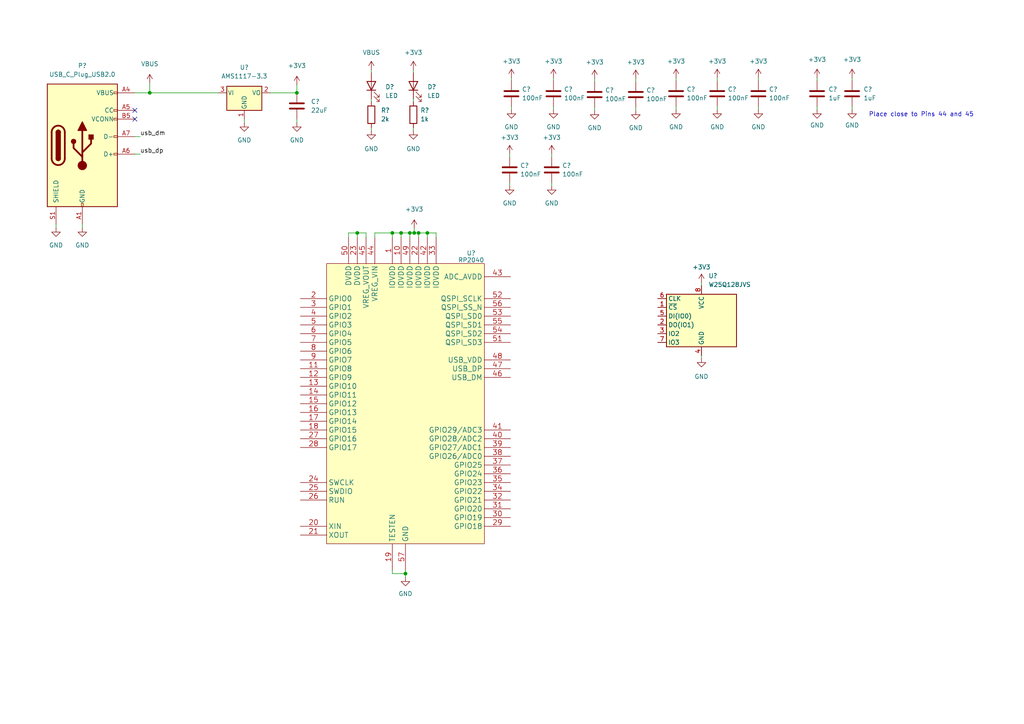
<source format=kicad_sch>
(kicad_sch (version 20211123) (generator eeschema)
  (paper "A4")
  (title_block (date "2023-02-24") (rev "A"))
  (lib_symbols
    (symbol "Connector:USB_C_Plug_USB2.0" (pin_names (offset 1.016))
      (property "Reference" "P" (at -10.16 19.05 0))
      (property "Value" "USB_C_Plug_USB2.0" (at 12.7 19.05 0))
      (symbol "USB_C_Plug_USB2.0_0_0"
        (rectangle (start -0.254 -17.78) (end 0.254 -16.764))
        (rectangle (start 10.16 -2.286) (end 9.144 -2.794))
        (rectangle (start 10.16 2.794) (end 9.144 2.286))
        (rectangle (start 10.16 7.874) (end 9.144 7.366))
        (rectangle (start 10.16 10.414) (end 9.144 9.906))
        (rectangle (start 10.16 15.494) (end 9.144 14.986))
      )
      (symbol "USB_C_Plug_USB2.0_0_1"
        (rectangle (start -10.16 17.78) (end 10.16 -17.78) (stroke (width 0.254)) (fill (type background)))
        (arc (start -8.89 -3.81) (mid -6.985 -5.715) (end -5.08 -3.81) (stroke (width 0.508)))
        (arc (start -7.62 -3.81) (mid -6.985 -4.445) (end -6.35 -3.81) (stroke (width 0.254)))
        (arc (start -7.62 -3.81) (mid -6.985 -4.445) (end -6.35 -3.81) (stroke (width 0.254)) (fill (type outline)))
        (rectangle (start -7.62 -3.81) (end -6.35 3.81) (stroke (width 0.254)) (fill (type outline)))
        (arc (start -6.35 3.81) (mid -6.985 4.445) (end -7.62 3.81) (stroke (width 0.254)))
        (arc (start -6.35 3.81) (mid -6.985 4.445) (end -7.62 3.81) (stroke (width 0.254)) (fill (type outline)))
        (arc (start -5.08 3.81) (mid -6.985 5.715) (end -8.89 3.81) (stroke (width 0.508)))
        (circle (center -2.54 1.143) (radius 0.635) (stroke (width 0.254)) (fill (type outline)))
        (circle (center 0 -5.842) (radius 1.27) (fill (type outline)))
        (polyline (pts (xy -8.89 -3.81) (xy -8.89 3.81)) (stroke (width 0.508)))
        (polyline (pts (xy -5.08 3.81) (xy -5.08 -3.81)) (stroke (width 0.508)))
        (polyline (pts (xy 0 -5.842) (xy 0 4.318)) (stroke (width 0.508)))
        (polyline (pts (xy 0 -3.302) (xy -2.54 -0.762) (xy -2.54 0.508)) (stroke (width 0.508)))
        (polyline (pts (xy 0 -2.032) (xy 2.54 0.508) (xy 2.54 1.778)) (stroke (width 0.508)))
        (polyline (pts (xy -1.27 4.318) (xy 0 6.858) (xy 1.27 4.318) (xy -1.27 4.318)) (stroke (width 0.254)) (fill (type outline)))
        (rectangle (start 1.905 1.778) (end 3.175 3.048) (stroke (width 0.254)) (fill (type outline)))
      )
      (symbol "USB_C_Plug_USB2.0_1_1"
        (pin passive line (at 0 -22.86 90) (length 5.08) (name "GND") (number "A1"))
        (pin passive line (at 0 -22.86 90) (length 5.08) hide (name "GND") (number "A12"))
        (pin passive line (at 15.24 15.24 180) (length 5.08) (name "VBUS") (number "A4"))
        (pin bidirectional line (at 15.24 10.16 180) (length 5.08) (name "CC") (number "A5"))
        (pin bidirectional line (at 15.24 -2.54 180) (length 5.08) (name "D+") (number "A6"))
        (pin bidirectional line (at 15.24 2.54 180) (length 5.08) (name "D-") (number "A7"))
        (pin passive line (at 15.24 15.24 180) (length 5.08) hide (name "VBUS") (number "A9"))
        (pin passive line (at 0 -22.86 90) (length 5.08) hide (name "GND") (number "B1"))
        (pin passive line (at 0 -22.86 90) (length 5.08) hide (name "GND") (number "B12"))
        (pin passive line (at 15.24 15.24 180) (length 5.08) hide (name "VBUS") (number "B4"))
        (pin bidirectional line (at 15.24 7.62 180) (length 5.08) (name "VCONN") (number "B5"))
        (pin passive line (at 15.24 15.24 180) (length 5.08) hide (name "VBUS") (number "B9"))
        (pin passive line (at -7.62 -22.86 90) (length 5.08) (name "SHIELD") (number "S1"))
      )
    )
    (symbol "Device:C" (pin_numbers hide) (pin_names (offset 0.254))
      (property "Reference" "C" (at 0.635 2.54 0))
      (property "Value" "C" (at 0.635 -2.54 0))
      (symbol "C_0_1"
        (polyline (pts (xy -2.032 -0.762) (xy 2.032 -0.762)) (stroke (width 0.508)))
        (polyline (pts (xy -2.032 0.762) (xy 2.032 0.762)) (stroke (width 0.508)))
      )
      (symbol "C_1_1"
        (pin passive line (at 0 3.81 270) (length 2.794) (name "~") (number "1"))
        (pin passive line (at 0 -3.81 90) (length 2.794) (name "~") (number "2"))
      )
    )
    (symbol "Device:LED" (pin_numbers hide) (pin_names (offset 1.016) hide)
      (property "Reference" "D" (at 0 2.54 0))
      (property "Value" "LED" (at 0 -2.54 0))
      (symbol "LED_0_1"
        (polyline (pts (xy -1.27 -1.27) (xy -1.27 1.27)) (stroke (width 0.254)))
        (polyline (pts (xy -1.27 0) (xy 1.27 0)))
        (polyline (pts (xy 1.27 -1.27) (xy 1.27 1.27) (xy -1.27 0) (xy 1.27 -1.27)) (stroke (width 0.254)))
        (polyline (pts (xy -3.048 -0.762) (xy -4.572 -2.286) (xy -3.81 -2.286) (xy -4.572 -2.286) (xy -4.572 -1.524)))
        (polyline (pts (xy -1.778 -0.762) (xy -3.302 -2.286) (xy -2.54 -2.286) (xy -3.302 -2.286) (xy -3.302 -1.524)))
      )
      (symbol "LED_1_1"
        (pin passive line (at -3.81 0 0) (length 2.54) (name "K") (number "1"))
        (pin passive line (at 3.81 0 180) (length 2.54) (name "A") (number "2"))
      )
    )
    (symbol "Device:R" (pin_numbers hide) (pin_names (offset 0))
      (property "Reference" "R" (at 2.032 0 90))
      (property "Value" "R" (at 0 0 90))
      (symbol "R_0_1"
        (rectangle (start -1.016 -2.54) (end 1.016 2.54) (stroke (width 0.254)))
      )
      (symbol "R_1_1"
        (pin passive line (at 0 3.81 270) (length 1.27) (name "~") (number "1"))
        (pin passive line (at 0 -3.81 90) (length 1.27) (name "~") (number "2"))
      )
    )
    (symbol "Memory_Flash:W25Q128JVS"
      (property "Reference" "U?" (at 2.0194 12.954 0))
      (property "Value" "W25Q128JVS" (at 2.0194 10.414 0))
      (symbol "W25Q128JVS_0_1"
        (rectangle (start -10.16 7.62) (end 10.16 -7.62) (stroke (width 0.254)) (fill (type background)))
      )
      (symbol "W25Q128JVS_1_1"
        (pin input line (at -12.7 3.81 0) (length 2.54) (name "~{CS}") (number "1"))
        (pin bidirectional line (at -12.7 -1.27 0) (length 2.54) (name "DO(IO1)") (number "2"))
        (pin bidirectional line (at -12.7 -3.81 0) (length 2.54) (name "IO2") (number "3"))
        (pin power_in line (at 0 -10.16 90) (length 2.54) (name "GND") (number "4"))
        (pin bidirectional line (at -12.7 1.27 0) (length 2.54) (name "DI(IO0)") (number "5"))
        (pin input line (at -12.7 6.35 0) (length 2.54) (name "CLK") (number "6"))
        (pin bidirectional line (at -12.7 -6.35 0) (length 2.54) (name "IO3") (number "7"))
        (pin power_in line (at 0 10.16 270) (length 2.54) (name "VCC") (number "8"))
      )
    )
    (symbol "Regulator_Linear:AMS1117-3.3" (pin_names (offset 0.254))
      (property "Reference" "U" (at -3.81 3.175 0))
      (property "Value" "AMS1117-3.3" (at 0 3.175 0))
      (symbol "AMS1117-3.3_0_1"
        (rectangle (start -5.08 -5.08) (end 5.08 1.905) (stroke (width 0.254)) (fill (type background)))
      )
      (symbol "AMS1117-3.3_1_1"
        (pin power_in line (at 0 -7.62 90) (length 2.54) (name "GND") (number "1"))
        (pin power_out line (at 7.62 0 180) (length 2.54) (name "VO") (number "2"))
        (pin power_in line (at -7.62 0 0) (length 2.54) (name "VI") (number "3"))
      )
    )
    (symbol "power:+3V3" (power) (pin_names (offset 0))
      (property "Value" "+3V3" (at 0 3.556 0))
      (symbol "+3V3_0_1"
        (polyline (pts (xy -0.762 1.27) (xy 0 2.54)))
        (polyline (pts (xy 0 0) (xy 0 2.54)))
        (polyline (pts (xy 0 2.54) (xy 0.762 1.27)))
      )
      (symbol "+3V3_1_1"
        (pin power_in line (at 0 0 90) (length 0) hide (name "+3V3") (number "1"))
      )
    )
    (symbol "power:GND" (power) (pin_names (offset 0))
      (property "Value" "GND" (at 0 -3.81 0))
      (symbol "GND_0_1"
        (polyline (pts (xy 0 0) (xy 0 -1.27) (xy 1.27 -1.27) (xy 0 -2.54) (xy -1.27 -1.27) (xy 0 -1.27)))
      )
      (symbol "GND_1_1"
        (pin power_in line (at 0 0 270) (length 0) hide (name "GND") (number "1"))
      )
    )
    (symbol "power:VBUS" (power) (pin_names (offset 0))
      (property "Value" "VBUS" (at 0 3.81 0))
      (symbol "VBUS_0_1"
        (polyline (pts (xy -0.762 1.27) (xy 0 2.54)))
        (polyline (pts (xy 0 0) (xy 0 2.54)))
        (polyline (pts (xy 0 2.54) (xy 0.762 1.27)))
      )
      (symbol "VBUS_1_1"
        (pin power_in line (at 0 0 90) (length 0) hide (name "VBUS") (number "1"))
      )
    )
    (symbol "rpi-silicon:RP2040"
      (property "Reference" "U" (at 19.05 2.54 0))
      (property "Value" "RP2040" (at 19.05 0 0))
      (symbol "RP2040_1_1"
        (rectangle (start -22.86 -1.27) (end 22.86 -82.55) (fill (type background)))
        (pin power_in line (at -3.81 6.35 270) (length 7.62) (name "IOVDD") (number "1"))
        (pin power_in line (at -1.27 6.35 270) (length 7.62) (name "IOVDD") (number "10"))
        (pin bidirectional line (at -30.48 -31.75 0) (length 7.62) (name "GPIO8") (number "11"))
        (pin bidirectional line (at -30.48 -34.29 0) (length 7.62) (name "GPIO9") (number "12"))
        (pin bidirectional line (at -30.48 -36.83 0) (length 7.62) (name "GPIO10") (number "13"))
        (pin bidirectional line (at -30.48 -39.37 0) (length 7.62) (name "GPIO11") (number "14"))
        (pin bidirectional line (at -30.48 -41.91 0) (length 7.62) (name "GPIO12") (number "15"))
        (pin bidirectional line (at -30.48 -44.45 0) (length 7.62) (name "GPIO13") (number "16"))
        (pin bidirectional line (at -30.48 -46.99 0) (length 7.62) (name "GPIO14") (number "17"))
        (pin bidirectional line (at -30.48 -49.53 0) (length 7.62) (name "GPIO15") (number "18"))
        (pin unspecified line (at -3.81 -90.17 90) (length 7.62) (name "TESTEN") (number "19"))
        (pin bidirectional line (at -30.48 -11.43 0) (length 7.62) (name "GPIO0") (number "2"))
        (pin unspecified line (at -30.48 -77.47 0) (length 7.62) (name "XIN") (number "20"))
        (pin output line (at -30.48 -80.01 0) (length 7.62) (name "XOUT") (number "21"))
        (pin power_in line (at 3.81 6.35 270) (length 7.62) (name "IOVDD") (number "22"))
        (pin power_in line (at -13.97 6.35 270) (length 7.62) (name "DVDD") (number "23"))
        (pin unspecified line (at -30.48 -64.77 0) (length 7.62) (name "SWCLK") (number "24"))
        (pin unspecified line (at -30.48 -67.31 0) (length 7.62) (name "SWDIO") (number "25"))
        (pin unspecified line (at -30.48 -69.85 0) (length 7.62) (name "RUN") (number "26"))
        (pin bidirectional line (at -30.48 -52.07 0) (length 7.62) (name "GPIO16") (number "27"))
        (pin bidirectional line (at -30.48 -54.61 0) (length 7.62) (name "GPIO17") (number "28"))
        (pin bidirectional line (at 30.48 -77.47 180) (length 7.62) (name "GPIO18") (number "29"))
        (pin bidirectional line (at -30.48 -13.97 0) (length 7.62) (name "GPIO1") (number "3"))
        (pin bidirectional line (at 30.48 -74.93 180) (length 7.62) (name "GPIO19") (number "30"))
        (pin bidirectional line (at 30.48 -72.39 180) (length 7.62) (name "GPIO20") (number "31"))
        (pin bidirectional line (at 30.48 -69.85 180) (length 7.62) (name "GPIO21") (number "32"))
        (pin power_in line (at 8.89 6.35 270) (length 7.62) (name "IOVDD") (number "33"))
        (pin bidirectional line (at 30.48 -67.31 180) (length 7.62) (name "GPIO22") (number "34"))
        (pin bidirectional line (at 30.48 -64.77 180) (length 7.62) (name "GPIO23") (number "35"))
        (pin bidirectional line (at 30.48 -62.23 180) (length 7.62) (name "GPIO24") (number "36"))
        (pin bidirectional line (at 30.48 -59.69 180) (length 7.62) (name "GPIO25") (number "37"))
        (pin bidirectional line (at 30.48 -57.15 180) (length 7.62) (name "GPIO26/ADC0") (number "38"))
        (pin bidirectional line (at 30.48 -54.61 180) (length 7.62) (name "GPIO27/ADC1") (number "39"))
        (pin bidirectional line (at -30.48 -16.51 0) (length 7.62) (name "GPIO2") (number "4"))
        (pin bidirectional line (at 30.48 -52.07 180) (length 7.62) (name "GPIO28/ADC2") (number "40"))
        (pin bidirectional line (at 30.48 -49.53 180) (length 7.62) (name "GPIO29/ADC3") (number "41"))
        (pin power_in line (at 6.35 6.35 270) (length 7.62) (name "IOVDD") (number "42"))
        (pin power_in line (at 30.48 -5.08 180) (length 7.62) (name "ADC_AVDD") (number "43"))
        (pin unspecified line (at -8.89 6.35 270) (length 7.62) (name "VREG_VIN") (number "44"))
        (pin output line (at -11.43 6.35 270) (length 7.62) (name "VREG_VOUT") (number "45"))
        (pin unspecified line (at 30.48 -34.29 180) (length 7.62) (name "USB_DM") (number "46"))
        (pin unspecified line (at 30.48 -31.75 180) (length 7.62) (name "USB_DP") (number "47"))
        (pin power_in line (at 30.48 -29.21 180) (length 7.62) (name "USB_VDD") (number "48"))
        (pin power_in line (at 1.27 6.35 270) (length 7.62) (name "IOVDD") (number "49"))
        (pin bidirectional line (at -30.48 -19.05 0) (length 7.62) (name "GPIO3") (number "5"))
        (pin power_in line (at -16.51 6.35 270) (length 7.62) (name "DVDD") (number "50"))
        (pin bidirectional line (at 30.48 -24.13 180) (length 7.62) (name "QSPI_SD3") (number "51"))
        (pin unspecified line (at 30.48 -11.43 180) (length 7.62) (name "QSPI_SCLK") (number "52"))
        (pin bidirectional line (at 30.48 -16.51 180) (length 7.62) (name "QSPI_SD0") (number "53"))
        (pin bidirectional line (at 30.48 -21.59 180) (length 7.62) (name "QSPI_SD2") (number "54"))
        (pin bidirectional line (at 30.48 -19.05 180) (length 7.62) (name "QSPI_SD1") (number "55"))
        (pin unspecified line (at 30.48 -13.97 180) (length 7.62) (name "QSPI_SS_N") (number "56"))
        (pin power_in line (at 0 -90.17 90) (length 7.62) (name "GND") (number "57"))
        (pin bidirectional line (at -30.48 -21.59 0) (length 7.62) (name "GPIO4") (number "6"))
        (pin bidirectional line (at -30.48 -24.13 0) (length 7.62) (name "GPIO5") (number "7"))
        (pin bidirectional line (at -30.48 -26.67 0) (length 7.62) (name "GPIO6") (number "8"))
        (pin bidirectional line (at -30.48 -29.21 0) (length 7.62) (name "GPIO7") (number "9"))
      )
    )
  )
  (junction (at 116.332 67.564))
  (junction (at 120.142 67.564))
  (junction (at 117.602 166.37))
  (junction (at 121.412 67.564))
  (junction (at 103.632 67.564))
  (junction (at 43.434 26.924))
  (junction (at 123.952 67.564))
  (junction (at 118.872 67.564))
  (junction (at 86.106 26.924))
  (junction (at 113.792 67.564))
  (no_connect (at 39.116 32.004))
  (no_connect (at 39.116 34.544))
  (wire (pts (xy 106.172 67.564) (xy 103.632 67.564)))
  (wire (pts (xy 113.792 166.37) (xy 117.602 166.37)))
  (wire (pts (xy 116.332 67.564) (xy 118.872 67.564)))
  (wire (pts (xy 39.116 39.624) (xy 40.64 39.624)))
  (wire (pts (xy 106.172 68.834) (xy 106.172 67.564)))
  (wire (pts (xy 16.256 65.024) (xy 16.256 66.04)))
  (wire (pts (xy 160.528 30.988) (xy 160.528 31.75)))
  (wire (pts (xy 39.116 44.704) (xy 40.64 44.704)))
  (wire (pts (xy 107.696 37.084) (xy 107.696 37.846)))
  (wire (pts (xy 86.106 26.924) (xy 86.106 24.638)))
  (wire (pts (xy 247.142 30.988) (xy 247.142 31.75)))
  (wire (pts (xy 148.336 22.606) (xy 148.336 23.368)))
  (wire (pts (xy 147.828 44.704) (xy 147.828 45.466)))
  (wire (pts (xy 236.982 22.606) (xy 236.982 23.368)))
  (wire (pts (xy 43.434 26.924) (xy 63.246 26.924)))
  (wire (pts (xy 126.492 67.564) (xy 123.952 67.564)))
  (wire (pts (xy 78.486 26.924) (xy 86.106 26.924)))
  (wire (pts (xy 148.336 30.988) (xy 148.336 31.75)))
  (wire (pts (xy 203.454 82.042) (xy 203.454 82.804)))
  (wire (pts (xy 172.466 22.86) (xy 172.466 23.622)))
  (wire (pts (xy 70.866 34.544) (xy 70.866 35.56)))
  (wire (pts (xy 123.952 67.564) (xy 121.412 67.564)))
  (wire (pts (xy 203.454 103.124) (xy 203.454 103.886)))
  (wire (pts (xy 172.466 31.242) (xy 172.466 32.004)))
  (wire (pts (xy 113.792 67.564) (xy 116.332 67.564)))
  (wire (pts (xy 103.632 67.564) (xy 103.632 68.834)))
  (wire (pts (xy 196.088 30.988) (xy 196.088 31.75)))
  (wire (pts (xy 116.332 68.834) (xy 116.332 67.564)))
  (wire (pts (xy 43.434 26.924) (xy 43.434 24.13)))
  (wire (pts (xy 103.632 67.564) (xy 101.092 67.564)))
  (wire (pts (xy 121.412 68.834) (xy 121.412 67.564)))
  (wire (pts (xy 107.696 20.32) (xy 107.696 21.082)))
  (wire (pts (xy 184.404 22.86) (xy 184.404 23.622)))
  (wire (pts (xy 113.792 68.834) (xy 113.792 67.564)))
  (wire (pts (xy 117.602 166.37) (xy 117.602 167.386)))
  (wire (pts (xy 118.872 68.834) (xy 118.872 67.564)))
  (wire (pts (xy 119.888 20.32) (xy 119.888 21.082)))
  (wire (pts (xy 113.792 67.564) (xy 108.712 67.564)))
  (wire (pts (xy 208.026 22.606) (xy 208.026 23.368)))
  (wire (pts (xy 119.888 28.702) (xy 119.888 29.464)))
  (wire (pts (xy 247.142 22.606) (xy 247.142 23.368)))
  (wire (pts (xy 23.876 65.024) (xy 23.876 66.04)))
  (wire (pts (xy 108.712 67.564) (xy 108.712 68.834)))
  (wire (pts (xy 160.02 53.086) (xy 160.02 53.848)))
  (wire (pts (xy 196.088 22.606) (xy 196.088 23.368)))
  (wire (pts (xy 219.964 22.606) (xy 219.964 23.368)))
  (wire (pts (xy 120.142 66.294) (xy 120.142 67.564)))
  (wire (pts (xy 39.116 26.924) (xy 43.434 26.924)))
  (wire (pts (xy 236.982 30.988) (xy 236.982 31.75)))
  (wire (pts (xy 101.092 67.564) (xy 101.092 68.834)))
  (wire (pts (xy 113.792 165.354) (xy 113.792 166.37)))
  (wire (pts (xy 123.952 68.834) (xy 123.952 67.564)))
  (wire (pts (xy 117.602 165.354) (xy 117.602 166.37)))
  (wire (pts (xy 121.412 67.564) (xy 120.142 67.564)))
  (wire (pts (xy 107.696 28.702) (xy 107.696 29.464)))
  (wire (pts (xy 126.492 68.834) (xy 126.492 67.564)))
  (wire (pts (xy 184.404 31.242) (xy 184.404 32.004)))
  (wire (pts (xy 86.106 34.544) (xy 86.106 35.56)))
  (wire (pts (xy 208.026 30.988) (xy 208.026 31.75)))
  (wire (pts (xy 118.872 67.564) (xy 120.142 67.564)))
  (wire (pts (xy 160.02 44.704) (xy 160.02 45.466)))
  (wire (pts (xy 219.964 30.988) (xy 219.964 31.75)))
  (wire (pts (xy 160.528 22.606) (xy 160.528 23.368)))
  (wire (pts (xy 119.888 37.084) (xy 119.888 37.846)))
  (wire (pts (xy 147.828 53.086) (xy 147.828 53.848)))
  (text "Place close to Pins 44 and 45" (at 251.968 34.036 0) (effects (font (size 1.27 1.27)) (justify left bottom)))
  (label "usb_dp" (at 40.64 44.704 0))
  (label "usb_dm" (at 40.64 39.624 0))
  (symbol (lib_id "power:GND") (at 107.696 37.846 0) (unit 1)
    (property "Reference" "#PWR?" (effects hide))
    (property "Value" "GND" (at 107.696 43.18 0))
  )
  (symbol (lib_id "power:VBUS") (at 107.696 20.32 0) (unit 1)
    (property "Reference" "#PWR?" (effects hide))
    (property "Value" "VBUS" (at 107.696 15.24 0))
  )
  (symbol (lib_id "power:+3V3") (at 184.404 22.86 0) (unit 1)
    (property "Reference" "#PWR?" (effects hide))
    (property "Value" "+3V3" (at 184.404 18.034 0))
  )
  (symbol (lib_id "power:+3V3") (at 203.454 82.042 0) (unit 1)
    (property "Reference" "#PWR?" (effects hide))
    (property "Value" "+3V3" (at 203.454 77.47 0))
  )
  (symbol (lib_id "power:+3V3") (at 148.336 22.606 0) (unit 1)
    (property "Reference" "#PWR?" (effects hide))
    (property "Value" "+3V3" (at 148.336 17.78 0))
  )
  (symbol (lib_id "power:+3V3") (at 119.888 20.32 0) (unit 1)
    (property "Reference" "#PWR?" (effects hide))
    (property "Value" "+3V3" (at 119.888 15.24 0))
  )
  (symbol (lib_id "power:GND") (at 70.866 35.56 0) (unit 1)
    (property "Reference" "#PWR?" (effects hide))
    (property "Value" "GND" (at 70.866 40.64 0))
  )
  (symbol (lib_id "power:+3V3") (at 236.982 22.606 0) (unit 1)
    (property "Reference" "#PWR?" (effects hide))
    (property "Value" "+3V3" (at 236.982 17.272 0))
  )
  (symbol (lib_id "Device:C") (at 236.982 27.178 0) (unit 1)
    (property "Reference" "C?" (at 240.284 25.9079 0) (effects (justify left)))
    (property "Value" "1uF" (at 240.284 28.4479 0) (effects (justify left)))
  )
  (symbol (lib_id "power:GND") (at 148.336 31.75 0) (unit 1)
    (property "Reference" "#PWR?" (effects hide))
    (property "Value" "GND" (at 148.336 36.83 0))
  )
  (symbol (lib_id "power:GND") (at 203.454 103.886 0) (unit 1)
    (property "Reference" "#PWR?" (effects hide))
    (property "Value" "GND" (at 203.454 109.22 0))
  )
  (symbol (lib_id "Connector:USB_C_Plug_USB2.0") (at 23.876 42.164 0) (unit 1)
    (property "Reference" "P?" (at 23.876 19.05 0))
    (property "Value" "USB_C_Plug_USB2.0" (at 23.876 21.59 0))
    (property "Datasheet" "https://www.usb.org/sites/default/files/documents/usb_type-c.zip" (effects hide))
  )
  (symbol (lib_id "power:GND") (at 219.964 31.75 0) (unit 1)
    (property "Reference" "#PWR?" (effects hide))
    (property "Value" "GND" (at 219.964 36.83 0))
  )
  (symbol (lib_id "power:GND") (at 236.982 31.75 0) (unit 1)
    (property "Reference" "#PWR?" (effects hide))
    (property "Value" "GND" (at 236.982 36.322 0))
  )
  (symbol (lib_id "Device:C") (at 196.088 27.178 0) (unit 1)
    (property "Reference" "C?" (at 199.136 25.9079 0) (effects (justify left)))
    (property "Value" "100nF" (at 199.136 28.4479 0) (effects (justify left)))
  )
  (symbol (lib_id "power:GND") (at 160.02 53.848 0) (unit 1)
    (property "Reference" "#PWR?" (effects hide))
    (property "Value" "GND" (at 160.02 58.928 0))
  )
  (symbol (lib_id "Device:C") (at 86.106 30.734 0) (unit 1)
    (property "Reference" "C?" (at 90.17 29.4639 0) (effects (justify left)))
    (property "Value" "22uF" (at 90.17 32.0039 0) (effects (justify left)))
  )
  (symbol (lib_id "Device:R") (at 107.696 33.274 0) (unit 1)
    (property "Reference" "R?" (at 110.49 32.0039 0) (effects (justify left)))
    (property "Value" "2k" (at 110.49 34.5439 0) (effects (justify left)))
  )
  (symbol (lib_id "Memory_Flash:W25Q128JVS") (at 203.454 92.964 0) (unit 1)
    (property "Reference" "U?" (at 205.4734 80.01 0) (effects (justify left)))
    (property "Value" "W25Q128JVS" (at 205.4734 82.55 0) (effects (justify left)))
    (property "Footprint" "Package_SO:SOIC-8_5.23x5.23mm_P1.27mm" (effects hide))
    (property "Datasheet" "http://www.winbond.com/resource-files/w25q128jv_dtr%20revc%2003272018%20plus.pdf" (effects hide))
  )
  (symbol (lib_id "power:GND") (at 247.142 31.75 0) (unit 1)
    (property "Reference" "#PWR?" (effects hide))
    (property "Value" "GND" (at 247.142 36.322 0))
  )
  (symbol (lib_id "power:+3V3") (at 196.088 22.606 0) (unit 1)
    (property "Reference" "#PWR?" (effects hide))
    (property "Value" "+3V3" (at 196.088 17.78 0))
  )
  (symbol (lib_id "power:GND") (at 86.106 35.56 0) (unit 1)
    (property "Reference" "#PWR?" (effects hide))
    (property "Value" "GND" (at 86.106 40.64 0))
  )
  (symbol (lib_id "Regulator_Linear:AMS1117-3.3") (at 70.866 26.924 0) (unit 1)
    (property "Reference" "U?" (at 70.866 19.558 0))
    (property "Value" "AMS1117-3.3" (at 70.866 22.098 0))
    (property "Footprint" "Package_TO_SOT_SMD:SOT-223-3_TabPin2" (effects hide))
    (property "Datasheet" "http://www.advanced-monolithic.com/pdf/ds1117.pdf" (effects hide))
  )
  (symbol (lib_id "power:GND") (at 119.888 37.846 0) (unit 1)
    (property "Reference" "#PWR?" (effects hide))
    (property "Value" "GND" (at 119.888 43.18 0))
  )
  (symbol (lib_id "power:GND") (at 196.088 31.75 0) (unit 1)
    (property "Reference" "#PWR?" (effects hide))
    (property "Value" "GND" (at 196.088 36.83 0))
  )
  (symbol (lib_id "Device:C") (at 148.336 27.178 0) (unit 1)
    (property "Reference" "C?" (at 151.384 25.9079 0) (effects (justify left)))
    (property "Value" "100nF" (at 151.384 28.4479 0) (effects (justify left)))
  )
  (symbol (lib_id "power:GND") (at 16.256 66.04 0) (unit 1)
    (property "Reference" "#PWR?" (effects hide))
    (property "Value" "GND" (at 16.256 71.12 0))
  )
  (symbol (lib_id "power:GND") (at 172.466 32.004 0) (unit 1)
    (property "Reference" "#PWR?" (effects hide))
    (property "Value" "GND" (at 172.466 37.084 0))
  )
  (symbol (lib_id "power:+3V3") (at 172.466 22.86 0) (unit 1)
    (property "Reference" "#PWR?" (effects hide))
    (property "Value" "+3V3" (at 172.466 18.034 0))
  )
  (symbol (lib_id "Device:C") (at 247.142 27.178 0) (unit 1)
    (property "Reference" "C?" (at 250.444 25.9079 0) (effects (justify left)))
    (property "Value" "1uF" (at 250.444 28.4479 0) (effects (justify left)))
  )
  (symbol (lib_id "Device:C") (at 160.528 27.178 0) (unit 1)
    (property "Reference" "C?" (at 163.576 25.9079 0) (effects (justify left)))
    (property "Value" "100nF" (at 163.576 28.4479 0) (effects (justify left)))
  )
  (symbol (lib_id "power:GND") (at 23.876 66.04 0) (unit 1)
    (property "Reference" "#PWR?" (effects hide))
    (property "Value" "GND" (at 23.876 71.12 0))
  )
  (symbol (lib_id "power:+3V3") (at 160.02 44.704 0) (unit 1)
    (property "Reference" "#PWR?" (effects hide))
    (property "Value" "+3V3" (at 160.02 39.878 0))
  )
  (symbol (lib_id "power:+3V3") (at 219.964 22.606 0) (unit 1)
    (property "Reference" "#PWR?" (effects hide))
    (property "Value" "+3V3" (at 219.964 17.78 0))
  )
  (symbol (lib_id "power:GND") (at 147.828 53.848 0) (unit 1)
    (property "Reference" "#PWR?" (effects hide))
    (property "Value" "GND" (at 147.828 58.928 0))
  )
  (symbol (lib_id "power:+3V3") (at 208.026 22.606 0) (unit 1)
    (property "Reference" "#PWR?" (effects hide))
    (property "Value" "+3V3" (at 208.026 17.78 0))
  )
  (symbol (lib_id "power:+3V3") (at 147.828 44.704 0) (unit 1)
    (property "Reference" "#PWR?" (effects hide))
    (property "Value" "+3V3" (at 147.828 39.878 0))
  )
  (symbol (lib_id "rpi-silicon:RP2040") (at 117.602 75.184 0) (unit 1)
    (property "Reference" "U?" (at 136.652 73.406 0))
    (property "Value" "RP2040" (at 136.652 75.438 0))
    (property "Footprint" "rp2040:RP2040" (effects hide))
  )
  (symbol (lib_id "Device:LED") (at 119.888 24.892 90) (unit 1)
    (property "Reference" "D?" (at 123.952 25.2094 90) (effects (justify right)))
    (property "Value" "LED" (at 123.952 27.7494 90) (effects (justify right)))
  )
  (symbol (lib_id "Device:C") (at 172.466 27.432 0) (unit 1)
    (property "Reference" "C?" (at 175.514 26.1619 0) (effects (justify left)))
    (property "Value" "100nF" (at 175.514 28.7019 0) (effects (justify left)))
  )
  (symbol (lib_id "Device:C") (at 219.964 27.178 0) (unit 1)
    (property "Reference" "C?" (at 223.012 25.9079 0) (effects (justify left)))
    (property "Value" "100nF" (at 223.012 28.4479 0) (effects (justify left)))
  )
  (symbol (lib_id "power:GND") (at 160.528 31.75 0) (unit 1)
    (property "Reference" "#PWR?" (effects hide))
    (property "Value" "GND" (at 160.528 36.83 0))
  )
  (symbol (lib_id "power:+3V3") (at 120.142 66.294 0) (unit 1)
    (property "Reference" "#PWR?" (effects hide))
    (property "Value" "+3V3" (at 120.142 60.706 0))
  )
  (symbol (lib_id "Device:C") (at 160.02 49.276 0) (unit 1)
    (property "Reference" "C?" (at 163.068 48.0059 0) (effects (justify left)))
    (property "Value" "100nF" (at 163.068 50.5459 0) (effects (justify left)))
  )
  (symbol (lib_id "Device:C") (at 147.828 49.276 0) (unit 1)
    (property "Reference" "C?" (at 150.876 48.0059 0) (effects (justify left)))
    (property "Value" "100nF" (at 150.876 50.5459 0) (effects (justify left)))
  )
  (symbol (lib_id "power:+3V3") (at 86.106 24.638 0) (unit 1)
    (property "Reference" "#PWR?" (effects hide))
    (property "Value" "+3V3" (at 86.106 19.05 0))
  )
  (symbol (lib_id "power:+3V3") (at 160.528 22.606 0) (unit 1)
    (property "Reference" "#PWR?" (effects hide))
    (property "Value" "+3V3" (at 160.528 17.78 0))
  )
  (symbol (lib_id "Device:C") (at 184.404 27.432 0) (unit 1)
    (property "Reference" "C?" (at 187.452 26.1619 0) (effects (justify left)))
    (property "Value" "100nF" (at 187.452 28.7019 0) (effects (justify left)))
  )
  (symbol (lib_id "power:GND") (at 208.026 31.75 0) (unit 1)
    (property "Reference" "#PWR?" (effects hide))
    (property "Value" "GND" (at 208.026 36.83 0))
  )
  (symbol (lib_id "Device:R") (at 119.888 33.274 0) (unit 1)
    (property "Reference" "R?" (at 121.92 32.0039 0) (effects (justify left)))
    (property "Value" "1k" (at 121.92 34.5439 0) (effects (justify left)))
  )
  (symbol (lib_id "power:GND") (at 184.404 32.004 0) (unit 1)
    (property "Reference" "#PWR?" (effects hide))
    (property "Value" "GND" (at 184.404 37.084 0))
  )
  (symbol (lib_id "power:VBUS") (at 43.434 24.13 0) (unit 1)
    (property "Reference" "#PWR?" (effects hide))
    (property "Value" "VBUS" (at 43.434 18.542 0))
  )
  (symbol (lib_id "Device:LED") (at 107.696 24.892 90) (unit 1)
    (property "Reference" "D?" (at 111.76 25.2094 90) (effects (justify right)))
    (property "Value" "LED" (at 111.76 27.7494 90) (effects (justify right)))
  )
  (symbol (lib_id "Device:C") (at 208.026 27.178 0) (unit 1)
    (property "Reference" "C?" (at 211.074 25.9079 0) (effects (justify left)))
    (property "Value" "100nF" (at 211.074 28.4479 0) (effects (justify left)))
  )
  (symbol (lib_id "power:+3V3") (at 247.142 22.606 0) (unit 1)
    (property "Reference" "#PWR?" (effects hide))
    (property "Value" "+3V3" (at 247.142 17.272 0))
  )
  (symbol (lib_id "power:GND") (at 117.602 167.386 0) (unit 1)
    (property "Reference" "#PWR?" (effects hide))
    (property "Value" "GND" (at 117.602 172.212 0))
  )
)
</source>
